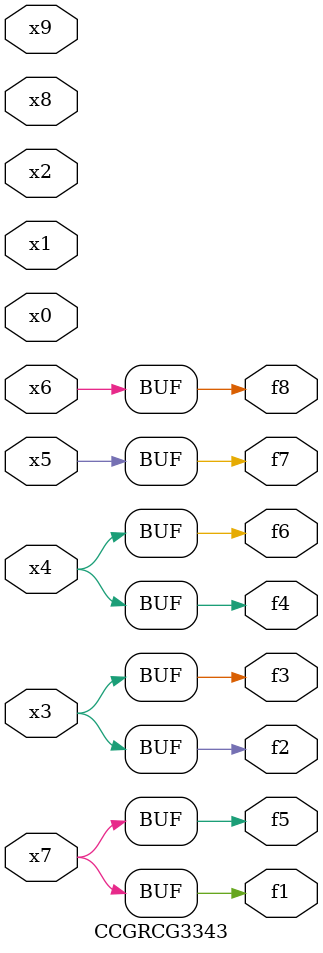
<source format=v>
module CCGRCG3343(
	input x0, x1, x2, x3, x4, x5, x6, x7, x8, x9,
	output f1, f2, f3, f4, f5, f6, f7, f8
);
	assign f1 = x7;
	assign f2 = x3;
	assign f3 = x3;
	assign f4 = x4;
	assign f5 = x7;
	assign f6 = x4;
	assign f7 = x5;
	assign f8 = x6;
endmodule

</source>
